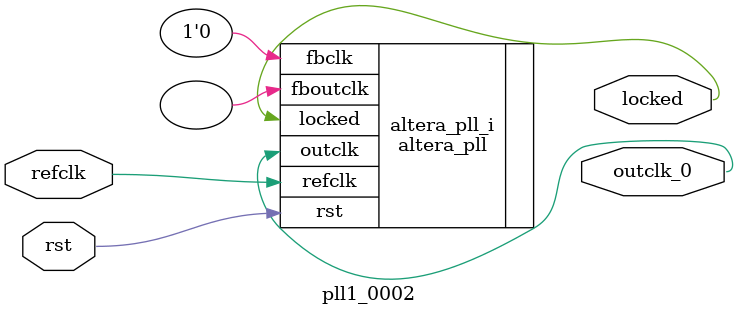
<source format=v>
`timescale 1ns/10ps
module  pll1_0002(

	// interface 'refclk'
	input wire refclk,

	// interface 'reset'
	input wire rst,

	// interface 'outclk0'
	output wire outclk_0,

	// interface 'locked'
	output wire locked
);

	altera_pll #(
		.fractional_vco_multiplier("false"),
		.reference_clock_frequency("100.0 MHz"),
		.operation_mode("direct"),
		.number_of_clocks(1),
		.output_clock_frequency0("125.000000 MHz"),
		.phase_shift0("0 ps"),
		.duty_cycle0(50),
		.output_clock_frequency1("0 MHz"),
		.phase_shift1("0 ps"),
		.duty_cycle1(50),
		.output_clock_frequency2("0 MHz"),
		.phase_shift2("0 ps"),
		.duty_cycle2(50),
		.output_clock_frequency3("0 MHz"),
		.phase_shift3("0 ps"),
		.duty_cycle3(50),
		.output_clock_frequency4("0 MHz"),
		.phase_shift4("0 ps"),
		.duty_cycle4(50),
		.output_clock_frequency5("0 MHz"),
		.phase_shift5("0 ps"),
		.duty_cycle5(50),
		.output_clock_frequency6("0 MHz"),
		.phase_shift6("0 ps"),
		.duty_cycle6(50),
		.output_clock_frequency7("0 MHz"),
		.phase_shift7("0 ps"),
		.duty_cycle7(50),
		.output_clock_frequency8("0 MHz"),
		.phase_shift8("0 ps"),
		.duty_cycle8(50),
		.output_clock_frequency9("0 MHz"),
		.phase_shift9("0 ps"),
		.duty_cycle9(50),
		.output_clock_frequency10("0 MHz"),
		.phase_shift10("0 ps"),
		.duty_cycle10(50),
		.output_clock_frequency11("0 MHz"),
		.phase_shift11("0 ps"),
		.duty_cycle11(50),
		.output_clock_frequency12("0 MHz"),
		.phase_shift12("0 ps"),
		.duty_cycle12(50),
		.output_clock_frequency13("0 MHz"),
		.phase_shift13("0 ps"),
		.duty_cycle13(50),
		.output_clock_frequency14("0 MHz"),
		.phase_shift14("0 ps"),
		.duty_cycle14(50),
		.output_clock_frequency15("0 MHz"),
		.phase_shift15("0 ps"),
		.duty_cycle15(50),
		.output_clock_frequency16("0 MHz"),
		.phase_shift16("0 ps"),
		.duty_cycle16(50),
		.output_clock_frequency17("0 MHz"),
		.phase_shift17("0 ps"),
		.duty_cycle17(50),
		.pll_type("General"),
		.pll_subtype("General")
	) altera_pll_i (
		.rst	(rst),
		.outclk	({outclk_0}),
		.locked	(locked),
		.fboutclk	( ),
		.fbclk	(1'b0),
		.refclk	(refclk)
	);
endmodule


</source>
